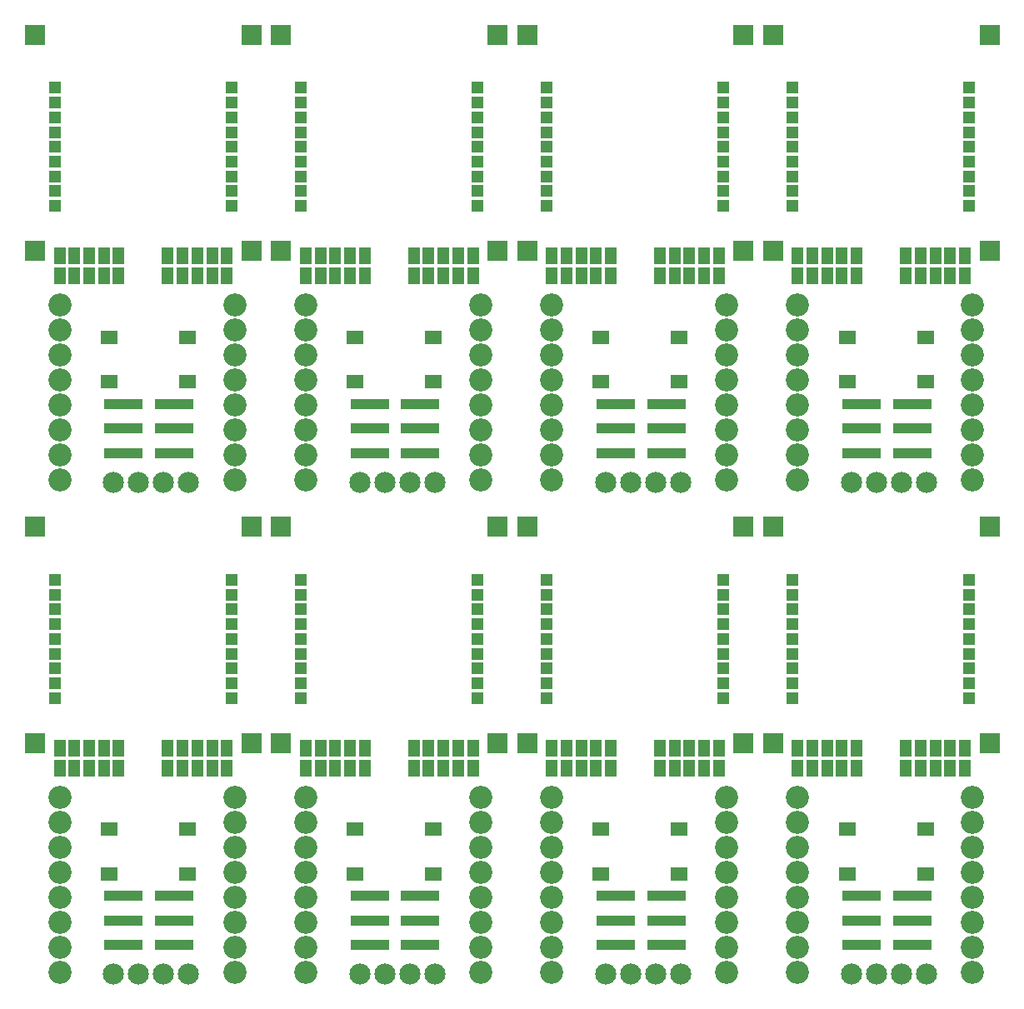
<source format=gbr>
G04 EasyPC Gerber Version 20.0.2 Build 4112 *
%FSLAX35Y35*%
%MOIN*%
%ADD92R,0.08474X0.08474*%
%ADD23C,0.08474*%
%ADD95R,0.15364X0.04143*%
%ADD91R,0.04734X0.04537*%
%ADD96R,0.06702X0.05718*%
%ADD93R,0.04537X0.06506*%
%ADD94C,0.09261*%
X0Y0D02*
D02*
D23*
X43513Y19423D03*
Y216274D03*
X53513Y19423D03*
Y216274D03*
X63513Y19423D03*
Y216274D03*
X73513Y19423D03*
Y216274D03*
X141938Y19423D03*
Y216274D03*
X151938Y19423D03*
Y216274D03*
X161938Y19423D03*
Y216274D03*
X171938Y19423D03*
Y216274D03*
X240363Y19423D03*
Y216274D03*
X250363Y19423D03*
Y216274D03*
X260363Y19423D03*
Y216274D03*
X270363Y19423D03*
Y216274D03*
X338788Y19423D03*
Y216274D03*
X348788Y19423D03*
Y216274D03*
X358788Y19423D03*
Y216274D03*
X368788Y19423D03*
Y216274D03*
D02*
D91*
X19891Y129994D03*
Y135900D03*
Y141805D03*
Y147711D03*
Y153616D03*
Y159522D03*
Y165427D03*
Y171333D03*
Y177238D03*
Y326844D03*
Y332750D03*
Y338656D03*
Y344561D03*
Y350467D03*
Y356372D03*
Y362278D03*
Y368183D03*
Y374089D03*
X90560Y129994D03*
Y135900D03*
Y141805D03*
Y147711D03*
Y153616D03*
Y159522D03*
Y165427D03*
Y171333D03*
Y177238D03*
Y326844D03*
Y332750D03*
Y338656D03*
Y344561D03*
Y350467D03*
Y356372D03*
Y362278D03*
Y368183D03*
Y374089D03*
X118316Y129994D03*
Y135900D03*
Y141805D03*
Y147711D03*
Y153616D03*
Y159522D03*
Y165427D03*
Y171333D03*
Y177238D03*
Y326844D03*
Y332750D03*
Y338656D03*
Y344561D03*
Y350467D03*
Y356372D03*
Y362278D03*
Y368183D03*
Y374089D03*
X188985Y129994D03*
Y135900D03*
Y141805D03*
Y147711D03*
Y153616D03*
Y159522D03*
Y165427D03*
Y171333D03*
Y177238D03*
Y326844D03*
Y332750D03*
Y338656D03*
Y344561D03*
Y350467D03*
Y356372D03*
Y362278D03*
Y368183D03*
Y374089D03*
X216741Y129994D03*
Y135900D03*
Y141805D03*
Y147711D03*
Y153616D03*
Y159522D03*
Y165427D03*
Y171333D03*
Y177238D03*
Y326844D03*
Y332750D03*
Y338656D03*
Y344561D03*
Y350467D03*
Y356372D03*
Y362278D03*
Y368183D03*
Y374089D03*
X287410Y129994D03*
Y135900D03*
Y141805D03*
Y147711D03*
Y153616D03*
Y159522D03*
Y165427D03*
Y171333D03*
Y177238D03*
Y326844D03*
Y332750D03*
Y338656D03*
Y344561D03*
Y350467D03*
Y356372D03*
Y362278D03*
Y368183D03*
Y374089D03*
X315166Y129994D03*
Y135900D03*
Y141805D03*
Y147711D03*
Y153616D03*
Y159522D03*
Y165427D03*
Y171333D03*
Y177238D03*
Y326844D03*
Y332750D03*
Y338656D03*
Y344561D03*
Y350467D03*
Y356372D03*
Y362278D03*
Y368183D03*
Y374089D03*
X385835Y129994D03*
Y135900D03*
Y141805D03*
Y147711D03*
Y153616D03*
Y159522D03*
Y165427D03*
Y171333D03*
Y177238D03*
Y326844D03*
Y332750D03*
Y338656D03*
Y344561D03*
Y350467D03*
Y356372D03*
Y362278D03*
Y368183D03*
Y374089D03*
D02*
D92*
X12017Y111904D03*
Y198518D03*
Y308754D03*
Y395368D03*
X98631Y111904D03*
Y198518D03*
Y308754D03*
Y395368D03*
X110442Y111904D03*
Y198518D03*
Y308754D03*
Y395368D03*
X197056Y111904D03*
Y198518D03*
Y308754D03*
Y395368D03*
X208867Y111904D03*
Y198518D03*
Y308754D03*
Y395368D03*
X295481Y111904D03*
Y198518D03*
Y308754D03*
Y395368D03*
X307292Y111904D03*
Y198518D03*
Y308754D03*
Y395368D03*
X393906Y111904D03*
Y198518D03*
Y308754D03*
Y395368D03*
D02*
D93*
X21859Y102061D03*
Y109935D03*
Y298911D03*
Y306785D03*
X27765Y102061D03*
Y109935D03*
Y298911D03*
Y306785D03*
X33670Y102061D03*
Y109935D03*
Y298911D03*
Y306785D03*
X39576Y102061D03*
Y109935D03*
Y298911D03*
Y306785D03*
X45481Y102061D03*
Y109935D03*
Y298911D03*
Y306785D03*
X65166Y102061D03*
Y109935D03*
Y298911D03*
Y306785D03*
X71072Y102061D03*
Y109935D03*
Y298911D03*
Y306785D03*
X76977Y102061D03*
Y109935D03*
Y298911D03*
Y306785D03*
X82883Y102061D03*
Y109935D03*
Y298911D03*
Y306785D03*
X88788Y102061D03*
Y109935D03*
Y298911D03*
Y306785D03*
X120284Y102061D03*
Y109935D03*
Y298911D03*
Y306785D03*
X126190Y102061D03*
Y109935D03*
Y298911D03*
Y306785D03*
X132095Y102061D03*
Y109935D03*
Y298911D03*
Y306785D03*
X138001Y102061D03*
Y109935D03*
Y298911D03*
Y306785D03*
X143906Y102061D03*
Y109935D03*
Y298911D03*
Y306785D03*
X163591Y102061D03*
Y109935D03*
Y298911D03*
Y306785D03*
X169497Y102061D03*
Y109935D03*
Y298911D03*
Y306785D03*
X175402Y102061D03*
Y109935D03*
Y298911D03*
Y306785D03*
X181308Y102061D03*
Y109935D03*
Y298911D03*
Y306785D03*
X187213Y102061D03*
Y109935D03*
Y298911D03*
Y306785D03*
X218709Y102061D03*
Y109935D03*
Y298911D03*
Y306785D03*
X224615Y102061D03*
Y109935D03*
Y298911D03*
Y306785D03*
X230520Y102061D03*
Y109935D03*
Y298911D03*
Y306785D03*
X236426Y102061D03*
Y109935D03*
Y298911D03*
Y306785D03*
X242331Y102061D03*
Y109935D03*
Y298911D03*
Y306785D03*
X262017Y102061D03*
Y109935D03*
Y298911D03*
Y306785D03*
X267922Y102061D03*
Y109935D03*
Y298911D03*
Y306785D03*
X273828Y102061D03*
Y109935D03*
Y298911D03*
Y306785D03*
X279733Y102061D03*
Y109935D03*
Y298911D03*
Y306785D03*
X285639Y102061D03*
Y109935D03*
Y298911D03*
Y306785D03*
X317135Y102061D03*
Y109935D03*
Y298911D03*
Y306785D03*
X323040Y102061D03*
Y109935D03*
Y298911D03*
Y306785D03*
X328946Y102061D03*
Y109935D03*
Y298911D03*
Y306785D03*
X334851Y102061D03*
Y109935D03*
Y298911D03*
Y306785D03*
X340757Y102061D03*
Y109935D03*
Y298911D03*
Y306785D03*
X360442Y102061D03*
Y109935D03*
Y298911D03*
Y306785D03*
X366347Y102061D03*
Y109935D03*
Y298911D03*
Y306785D03*
X372253Y102061D03*
Y109935D03*
Y298911D03*
Y306785D03*
X378158Y102061D03*
Y109935D03*
Y298911D03*
Y306785D03*
X384064Y102061D03*
Y109935D03*
Y298911D03*
Y306785D03*
D02*
D94*
X21859Y20250D03*
Y30250D03*
Y40250D03*
Y50250D03*
Y60250D03*
Y70250D03*
Y80250D03*
Y90250D03*
Y217100D03*
Y227100D03*
Y237100D03*
Y247100D03*
Y257100D03*
Y267100D03*
Y277100D03*
Y287100D03*
X91859Y20250D03*
Y30250D03*
Y40250D03*
Y50250D03*
Y60250D03*
Y70250D03*
Y80250D03*
Y90250D03*
Y217100D03*
Y227100D03*
Y237100D03*
Y247100D03*
Y257100D03*
Y267100D03*
Y277100D03*
Y287100D03*
X120284Y20250D03*
Y30250D03*
Y40250D03*
Y50250D03*
Y60250D03*
Y70250D03*
Y80250D03*
Y90250D03*
Y217100D03*
Y227100D03*
Y237100D03*
Y247100D03*
Y257100D03*
Y267100D03*
Y277100D03*
Y287100D03*
X190284Y20250D03*
Y30250D03*
Y40250D03*
Y50250D03*
Y60250D03*
Y70250D03*
Y80250D03*
Y90250D03*
Y217100D03*
Y227100D03*
Y237100D03*
Y247100D03*
Y257100D03*
Y267100D03*
Y277100D03*
Y287100D03*
X218709Y20250D03*
Y30250D03*
Y40250D03*
Y50250D03*
Y60250D03*
Y70250D03*
Y80250D03*
Y90250D03*
Y217100D03*
Y227100D03*
Y237100D03*
Y247100D03*
Y257100D03*
Y267100D03*
Y277100D03*
Y287100D03*
X288709Y20250D03*
Y30250D03*
Y40250D03*
Y50250D03*
Y60250D03*
Y70250D03*
Y80250D03*
Y90250D03*
Y217100D03*
Y227100D03*
Y237100D03*
Y247100D03*
Y257100D03*
Y267100D03*
Y277100D03*
Y287100D03*
X317135Y20250D03*
Y30250D03*
Y40250D03*
Y50250D03*
Y60250D03*
Y70250D03*
Y80250D03*
Y90250D03*
Y217100D03*
Y227100D03*
Y237100D03*
Y247100D03*
Y257100D03*
Y267100D03*
Y277100D03*
Y287100D03*
X387135Y20250D03*
Y30250D03*
Y40250D03*
Y50250D03*
Y60250D03*
Y70250D03*
Y80250D03*
Y90250D03*
Y217100D03*
Y227100D03*
Y237100D03*
Y247100D03*
Y257100D03*
Y267100D03*
Y277100D03*
Y287100D03*
D02*
D95*
X47450Y31195D03*
Y41037D03*
Y50880D03*
Y228045D03*
Y237888D03*
Y247730D03*
X67725Y31195D03*
Y41037D03*
Y50880D03*
Y228045D03*
Y237888D03*
Y247730D03*
X145875Y31195D03*
Y41037D03*
Y50880D03*
Y228045D03*
Y237888D03*
Y247730D03*
X166150Y31195D03*
Y41037D03*
Y50880D03*
Y228045D03*
Y237888D03*
Y247730D03*
X244300Y31195D03*
Y41037D03*
Y50880D03*
Y228045D03*
Y237888D03*
Y247730D03*
X264576Y31195D03*
Y41037D03*
Y50880D03*
Y228045D03*
Y237888D03*
Y247730D03*
X342725Y31195D03*
Y41037D03*
Y50880D03*
Y228045D03*
Y237888D03*
Y247730D03*
X363001Y31195D03*
Y41037D03*
Y50880D03*
Y228045D03*
Y237888D03*
Y247730D03*
D02*
D96*
X41643Y59738D03*
Y77455D03*
Y256589D03*
Y274305D03*
X72942Y59738D03*
Y77455D03*
Y256589D03*
Y274305D03*
X140068Y59738D03*
Y77455D03*
Y256589D03*
Y274305D03*
X171367Y59738D03*
Y77455D03*
Y256589D03*
Y274305D03*
X238493Y59738D03*
Y77455D03*
Y256589D03*
Y274305D03*
X269792Y59738D03*
Y77455D03*
Y256589D03*
Y274305D03*
X336918Y59738D03*
Y77455D03*
Y256589D03*
Y274305D03*
X368217Y59738D03*
Y77455D03*
Y256589D03*
Y274305D03*
X0Y0D02*
M02*

</source>
